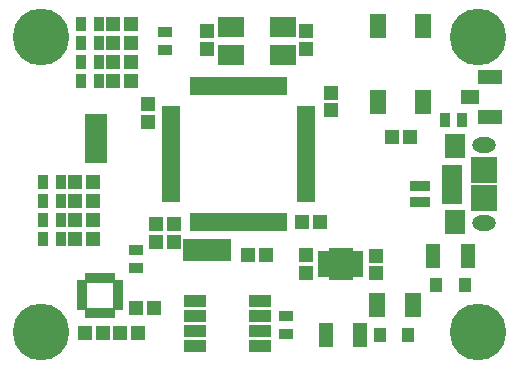
<source format=gts>
G04 #@! TF.GenerationSoftware,KiCad,Pcbnew,no-vcs-found-bf44d39~61~ubuntu14.04.1*
G04 #@! TF.CreationDate,2018-02-04T18:49:22+01:00*
G04 #@! TF.ProjectId,beacon,626561636F6E2E6B696361645F706362,rev?*
G04 #@! TF.SameCoordinates,Original*
G04 #@! TF.FileFunction,Soldermask,Top*
G04 #@! TF.FilePolarity,Negative*
%FSLAX46Y46*%
G04 Gerber Fmt 4.6, Leading zero omitted, Abs format (unit mm)*
G04 Created by KiCad (PCBNEW no-vcs-found-bf44d39~61~ubuntu14.04.1) date Sun Feb  4 18:49:22 2018*
%MOMM*%
%LPD*%
G01*
G04 APERTURE LIST*
%ADD10R,1.500000X1.200000*%
%ADD11R,2.100000X1.200000*%
%ADD12R,2.300000X2.300000*%
%ADD13R,1.800000X2.000000*%
%ADD14R,1.750000X0.800000*%
%ADD15O,2.000000X1.300000*%
%ADD16R,1.000000X1.200000*%
%ADD17R,1.400000X2.000000*%
%ADD18R,0.700000X0.850000*%
%ADD19R,1.920000X1.000000*%
%ADD20R,1.100000X0.650000*%
%ADD21R,1.230000X1.590000*%
%ADD22R,0.700000X1.600000*%
%ADD23R,1.600000X0.700000*%
%ADD24R,2.200000X1.800000*%
%ADD25R,1.900000X1.150000*%
%ADD26R,1.150000X1.900000*%
%ADD27C,4.800000*%
%ADD28R,1.300000X2.100000*%
%ADD29R,0.900000X1.300000*%
%ADD30R,1.300000X0.900000*%
%ADD31R,1.200000X1.150000*%
%ADD32R,1.150000X1.200000*%
%ADD33R,0.950000X0.600000*%
%ADD34R,0.600000X0.950000*%
%ADD35R,1.197560X1.197560*%
G04 APERTURE END LIST*
D10*
X153850000Y-67600000D03*
D11*
X155500000Y-65900000D03*
X155500000Y-69300000D03*
D12*
X155025000Y-73800000D03*
X155025000Y-76200000D03*
D13*
X152575000Y-78200000D03*
X152575000Y-71800000D03*
D14*
X152350000Y-76300000D03*
X152350000Y-75650000D03*
X152350000Y-73700000D03*
X152350000Y-74350000D03*
X152350000Y-75000000D03*
D15*
X155025000Y-71700000D03*
X155025000Y-78300000D03*
D16*
X153400000Y-83500000D03*
X151000000Y-83500000D03*
X146200000Y-87800000D03*
X148600000Y-87800000D03*
D17*
X146100000Y-68000000D03*
X146100000Y-61600000D03*
X149900000Y-61600000D03*
X149900000Y-68000000D03*
D18*
X149100000Y-76475000D03*
X149600000Y-76475000D03*
X150100000Y-76475000D03*
X150100000Y-75125000D03*
X149600000Y-75125000D03*
X149100000Y-75125000D03*
D19*
X136050000Y-84910000D03*
X136050000Y-86180000D03*
X136050000Y-87450000D03*
X136050000Y-88720000D03*
X130550000Y-88720000D03*
X130550000Y-87450000D03*
X130550000Y-86180000D03*
X130550000Y-84910000D03*
D20*
X141500000Y-81000000D03*
X141500000Y-81500000D03*
X141500000Y-82000000D03*
X141500000Y-82500000D03*
X144300000Y-82500000D03*
X144300000Y-82000000D03*
X144300000Y-81500000D03*
X144300000Y-81000000D03*
D21*
X143315000Y-82345000D03*
X143315000Y-81155000D03*
X142485000Y-82345000D03*
X142485000Y-81155000D03*
D22*
X138000000Y-66700000D03*
X137500000Y-66700000D03*
X137000000Y-66700000D03*
X136500000Y-66700000D03*
X136000000Y-66700000D03*
X135500000Y-66700000D03*
X135000000Y-66700000D03*
X134500000Y-66700000D03*
X134000000Y-66700000D03*
X133500000Y-66700000D03*
X133000000Y-66700000D03*
X132500000Y-66700000D03*
X132000000Y-66700000D03*
X131500000Y-66700000D03*
X131000000Y-66700000D03*
X130500000Y-66700000D03*
D23*
X128500000Y-68700000D03*
X128500000Y-69200000D03*
X128500000Y-69700000D03*
X128500000Y-70200000D03*
X128500000Y-70700000D03*
X128500000Y-71200000D03*
X128500000Y-71700000D03*
X128500000Y-72200000D03*
X128500000Y-72700000D03*
X128500000Y-73200000D03*
X128500000Y-73700000D03*
X128500000Y-74200000D03*
X128500000Y-74700000D03*
X128500000Y-75200000D03*
X128500000Y-75700000D03*
X128500000Y-76200000D03*
D22*
X130500000Y-78200000D03*
X131000000Y-78200000D03*
X131500000Y-78200000D03*
X132000000Y-78200000D03*
X132500000Y-78200000D03*
X133000000Y-78200000D03*
X133500000Y-78200000D03*
X134000000Y-78200000D03*
X134500000Y-78200000D03*
X135000000Y-78200000D03*
X135500000Y-78200000D03*
X136000000Y-78200000D03*
X136500000Y-78200000D03*
X137000000Y-78200000D03*
X137500000Y-78200000D03*
X138000000Y-78200000D03*
D23*
X140000000Y-76200000D03*
X140000000Y-75700000D03*
X140000000Y-75200000D03*
X140000000Y-74700000D03*
X140000000Y-74200000D03*
X140000000Y-73700000D03*
X140000000Y-73200000D03*
X140000000Y-72700000D03*
X140000000Y-72200000D03*
X140000000Y-71700000D03*
X140000000Y-71200000D03*
X140000000Y-70700000D03*
X140000000Y-70200000D03*
X140000000Y-69700000D03*
X140000000Y-69200000D03*
X140000000Y-68700000D03*
D24*
X138000000Y-64100000D03*
X133600000Y-64100000D03*
X133600000Y-61700000D03*
X138000000Y-61700000D03*
D25*
X122150000Y-69650000D03*
D26*
X131100000Y-80550000D03*
X132050000Y-80550000D03*
X133000000Y-80550000D03*
X130150000Y-80550000D03*
D25*
X122150000Y-72650000D03*
X122150000Y-71650000D03*
X122150000Y-70650000D03*
D27*
X117500000Y-62500000D03*
X117500000Y-87500000D03*
X154500000Y-62500000D03*
X154500000Y-87500000D03*
D28*
X141650000Y-87800000D03*
X144550000Y-87800000D03*
X150750000Y-81100000D03*
X153650000Y-81100000D03*
D29*
X117700000Y-76400000D03*
X119200000Y-76400000D03*
X120950000Y-66250000D03*
X122450000Y-66250000D03*
X120944736Y-64650000D03*
X122444736Y-64650000D03*
X120950000Y-63050000D03*
X122450000Y-63050000D03*
X120950000Y-61450000D03*
X122450000Y-61450000D03*
X117700000Y-79600000D03*
X119200000Y-79600000D03*
X117700000Y-78000000D03*
X119200000Y-78000000D03*
D30*
X138300000Y-86150000D03*
X138300000Y-87650000D03*
X128000000Y-62100000D03*
X128000000Y-63600000D03*
D29*
X117700000Y-74800000D03*
X119200000Y-74800000D03*
D17*
X149000000Y-85200000D03*
X146000000Y-85200000D03*
D31*
X121250000Y-87630000D03*
X122750000Y-87630000D03*
X148750000Y-71000000D03*
X147250000Y-71000000D03*
D32*
X131600000Y-63550000D03*
X131600000Y-62050000D03*
X140000000Y-62050000D03*
X140000000Y-63550000D03*
D31*
X124250000Y-87630000D03*
X125750000Y-87630000D03*
D32*
X139950000Y-81000000D03*
X139950000Y-82500000D03*
X145850000Y-81050000D03*
X145850000Y-82550000D03*
D31*
X127250000Y-79900000D03*
X128750000Y-79900000D03*
X125600000Y-85475000D03*
X127100000Y-85475000D03*
X139650000Y-78200000D03*
X141150000Y-78200000D03*
X127250000Y-78400000D03*
X128750000Y-78400000D03*
D32*
X126600000Y-69700000D03*
X126600000Y-68200000D03*
X142100000Y-67250000D03*
X142100000Y-68750000D03*
D31*
X136550000Y-81000000D03*
X135050000Y-81000000D03*
D33*
X121025000Y-83400000D03*
X121025000Y-83800000D03*
X121025000Y-84200000D03*
X121025000Y-84600000D03*
X121025000Y-85000000D03*
X121025000Y-85400000D03*
D34*
X121525000Y-85900000D03*
X121925000Y-85900000D03*
X122325000Y-85900000D03*
X122725000Y-85900000D03*
X123125000Y-85900000D03*
X123525000Y-85900000D03*
D33*
X124025000Y-85400000D03*
X124025000Y-85000000D03*
X124025000Y-84600000D03*
X124025000Y-84200000D03*
X124025000Y-83800000D03*
X124025000Y-83400000D03*
D34*
X123525000Y-82900000D03*
X123125000Y-82900000D03*
X122725000Y-82900000D03*
X122325000Y-82900000D03*
X121925000Y-82900000D03*
X121525000Y-82900000D03*
D35*
X121899300Y-78000000D03*
X120400700Y-78000000D03*
X121899300Y-74800000D03*
X120400700Y-74800000D03*
X121899300Y-79600000D03*
X120400700Y-79600000D03*
X125149300Y-61450000D03*
X123650700Y-61450000D03*
X125149300Y-63050000D03*
X123650700Y-63050000D03*
X125149300Y-64650000D03*
X123650700Y-64650000D03*
X125149300Y-66250000D03*
X123650700Y-66250000D03*
X121899300Y-76400000D03*
X120400700Y-76400000D03*
D29*
X151700000Y-69600000D03*
X153200000Y-69600000D03*
D30*
X125600000Y-80600000D03*
X125600000Y-82100000D03*
M02*

</source>
